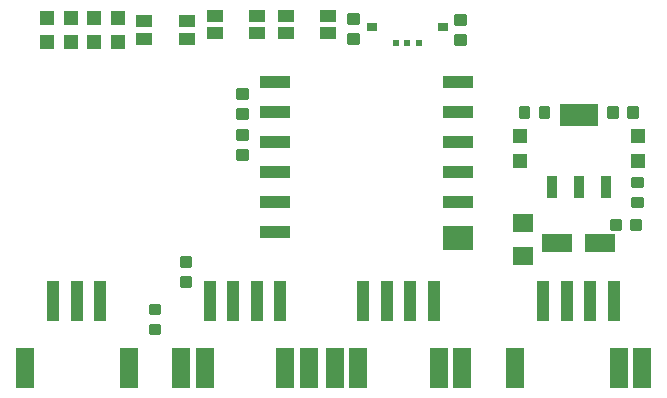
<source format=gbr>
G04 EAGLE Gerber RS-274X export*
G75*
%MOMM*%
%FSLAX34Y34*%
%LPD*%
%INSolderpaste Bottom*%
%IPPOS*%
%AMOC8*
5,1,8,0,0,1.08239X$1,22.5*%
G01*
%ADD10R,1.400000X1.050000*%
%ADD11C,0.350000*%
%ADD12R,0.889100X1.965100*%
%ADD13R,3.189100X1.965100*%
%ADD14R,1.800000X1.600000*%
%ADD15R,1.200000X1.200000*%
%ADD16R,2.500000X1.000000*%
%ADD17R,2.500000X2.000000*%
%ADD18R,0.600000X0.510000*%
%ADD19R,0.900000X0.700000*%
%ADD20R,1.500000X3.400000*%
%ADD21R,1.000000X3.500000*%
%ADD22R,2.600000X1.600000*%


D10*
X170500Y314750D03*
X170500Y300250D03*
X134500Y300250D03*
X134500Y314750D03*
X230500Y319750D03*
X230500Y305250D03*
X194500Y305250D03*
X194500Y319750D03*
D11*
X308250Y296750D02*
X315750Y296750D01*
X308250Y296750D02*
X308250Y303250D01*
X315750Y303250D01*
X315750Y296750D01*
X315750Y300075D02*
X308250Y300075D01*
X308250Y313750D02*
X315750Y313750D01*
X308250Y313750D02*
X308250Y320250D01*
X315750Y320250D01*
X315750Y313750D01*
X315750Y317075D02*
X308250Y317075D01*
X221250Y233250D02*
X213750Y233250D01*
X213750Y239750D01*
X221250Y239750D01*
X221250Y233250D01*
X221250Y236575D02*
X213750Y236575D01*
X213750Y250250D02*
X221250Y250250D01*
X213750Y250250D02*
X213750Y256750D01*
X221250Y256750D01*
X221250Y250250D01*
X221250Y253575D02*
X213750Y253575D01*
D12*
X525500Y174774D03*
X502500Y174774D03*
X479500Y174774D03*
D13*
X502500Y235226D03*
D11*
X548750Y158250D02*
X556250Y158250D01*
X548750Y158250D02*
X548750Y164750D01*
X556250Y164750D01*
X556250Y158250D01*
X556250Y161575D02*
X548750Y161575D01*
X548750Y175250D02*
X556250Y175250D01*
X548750Y175250D02*
X548750Y181750D01*
X556250Y181750D01*
X556250Y175250D01*
X556250Y178575D02*
X548750Y178575D01*
D14*
X455000Y144000D03*
X455000Y116000D03*
D11*
X173750Y114250D02*
X166250Y114250D01*
X173750Y114250D02*
X173750Y107750D01*
X166250Y107750D01*
X166250Y114250D01*
X166250Y111075D02*
X173750Y111075D01*
X173750Y97250D02*
X166250Y97250D01*
X173750Y97250D02*
X173750Y90750D01*
X166250Y90750D01*
X166250Y97250D01*
X166250Y94075D02*
X173750Y94075D01*
D15*
X452500Y218000D03*
X452500Y197000D03*
D11*
X453250Y233750D02*
X459750Y233750D01*
X453250Y233750D02*
X453250Y241250D01*
X459750Y241250D01*
X459750Y233750D01*
X459750Y237075D02*
X453250Y237075D01*
X453250Y240400D02*
X459750Y240400D01*
X470250Y233750D02*
X476750Y233750D01*
X470250Y233750D02*
X470250Y241250D01*
X476750Y241250D01*
X476750Y233750D01*
X476750Y237075D02*
X470250Y237075D01*
X470250Y240400D02*
X476750Y240400D01*
D15*
X52500Y318000D03*
X52500Y297000D03*
X72500Y318000D03*
X72500Y297000D03*
X92500Y318000D03*
X92500Y297000D03*
X112500Y318000D03*
X112500Y297000D03*
X552500Y218000D03*
X552500Y197000D03*
D11*
X140000Y74250D02*
X140000Y67750D01*
X140000Y74250D02*
X147500Y74250D01*
X147500Y67750D01*
X140000Y67750D01*
X140000Y71075D02*
X147500Y71075D01*
X140000Y57250D02*
X140000Y50750D01*
X140000Y57250D02*
X147500Y57250D01*
X147500Y50750D01*
X140000Y50750D01*
X140000Y54075D02*
X147500Y54075D01*
D16*
X245000Y136500D03*
X245000Y161900D03*
X245000Y187300D03*
X245000Y212700D03*
X245000Y238100D03*
X245000Y263500D03*
X400000Y263500D03*
X400000Y238100D03*
X400000Y212700D03*
X400000Y187300D03*
X400000Y161900D03*
D17*
X400000Y131500D03*
D18*
X367500Y296500D03*
X357500Y296650D03*
X347500Y296500D03*
D19*
X387500Y310000D03*
X327500Y310000D03*
D11*
X221250Y198250D02*
X213750Y198250D01*
X213750Y204750D01*
X221250Y204750D01*
X221250Y198250D01*
X221250Y201575D02*
X213750Y201575D01*
X213750Y215250D02*
X221250Y215250D01*
X213750Y215250D02*
X213750Y221750D01*
X221250Y221750D01*
X221250Y215250D01*
X221250Y218575D02*
X213750Y218575D01*
D10*
X290500Y319750D03*
X290500Y305250D03*
X254500Y305250D03*
X254500Y319750D03*
D20*
X33500Y21000D03*
X121500Y21000D03*
D21*
X57500Y78500D03*
X77500Y78500D03*
X97500Y78500D03*
D11*
X528250Y233750D02*
X534750Y233750D01*
X528250Y233750D02*
X528250Y241250D01*
X534750Y241250D01*
X534750Y233750D01*
X534750Y237075D02*
X528250Y237075D01*
X528250Y240400D02*
X534750Y240400D01*
X545250Y233750D02*
X551750Y233750D01*
X545250Y233750D02*
X545250Y241250D01*
X551750Y241250D01*
X551750Y233750D01*
X551750Y237075D02*
X545250Y237075D01*
X545250Y240400D02*
X551750Y240400D01*
D20*
X186000Y21000D03*
X254000Y21000D03*
D21*
X190000Y78500D03*
X210000Y78500D03*
X230000Y78500D03*
X250000Y78500D03*
D20*
X166000Y21000D03*
X274000Y21000D03*
X316000Y21000D03*
X384000Y21000D03*
D21*
X320000Y78500D03*
X340000Y78500D03*
X360000Y78500D03*
X380000Y78500D03*
D20*
X296000Y21000D03*
X404000Y21000D03*
D11*
X530750Y138750D02*
X537250Y138750D01*
X530750Y138750D02*
X530750Y146250D01*
X537250Y146250D01*
X537250Y138750D01*
X537250Y142075D02*
X530750Y142075D01*
X530750Y145400D02*
X537250Y145400D01*
X547750Y138750D02*
X554250Y138750D01*
X547750Y138750D02*
X547750Y146250D01*
X554250Y146250D01*
X554250Y138750D01*
X554250Y142075D02*
X547750Y142075D01*
X547750Y145400D02*
X554250Y145400D01*
D22*
X520500Y127500D03*
X484500Y127500D03*
D20*
X448500Y21000D03*
X556500Y21000D03*
D21*
X532500Y78500D03*
X512500Y78500D03*
X492500Y78500D03*
X472500Y78500D03*
D20*
X536500Y21000D03*
D11*
X398750Y312750D02*
X398750Y319250D01*
X406250Y319250D01*
X406250Y312750D01*
X398750Y312750D01*
X398750Y316075D02*
X406250Y316075D01*
X398750Y302250D02*
X398750Y295750D01*
X398750Y302250D02*
X406250Y302250D01*
X406250Y295750D01*
X398750Y295750D01*
X398750Y299075D02*
X406250Y299075D01*
M02*

</source>
